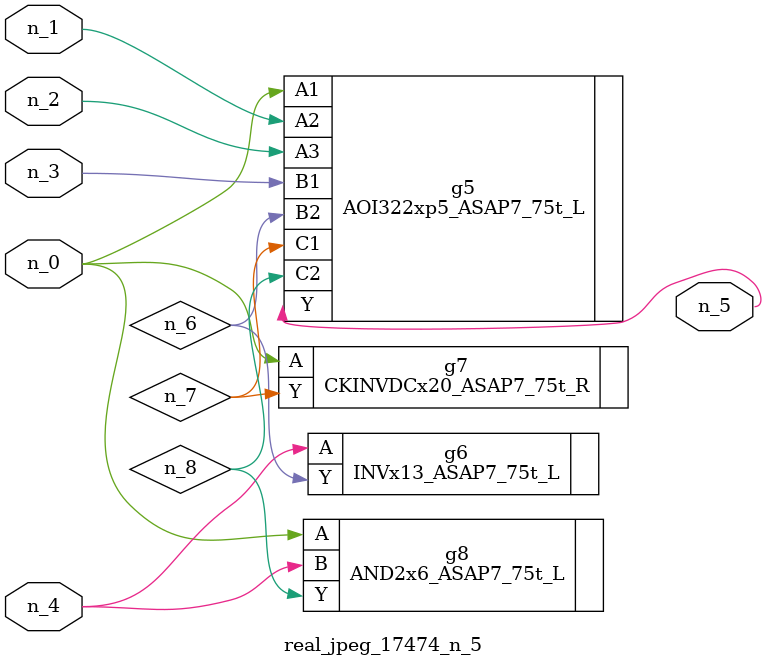
<source format=v>
module real_jpeg_17474_n_5 (n_4, n_0, n_1, n_2, n_3, n_5);

input n_4;
input n_0;
input n_1;
input n_2;
input n_3;

output n_5;

wire n_8;
wire n_6;
wire n_7;

AOI322xp5_ASAP7_75t_L g5 ( 
.A1(n_0),
.A2(n_1),
.A3(n_2),
.B1(n_3),
.B2(n_6),
.C1(n_7),
.C2(n_8),
.Y(n_5)
);

CKINVDCx20_ASAP7_75t_R g7 ( 
.A(n_0),
.Y(n_7)
);

AND2x6_ASAP7_75t_L g8 ( 
.A(n_0),
.B(n_4),
.Y(n_8)
);

INVx13_ASAP7_75t_L g6 ( 
.A(n_4),
.Y(n_6)
);


endmodule
</source>
